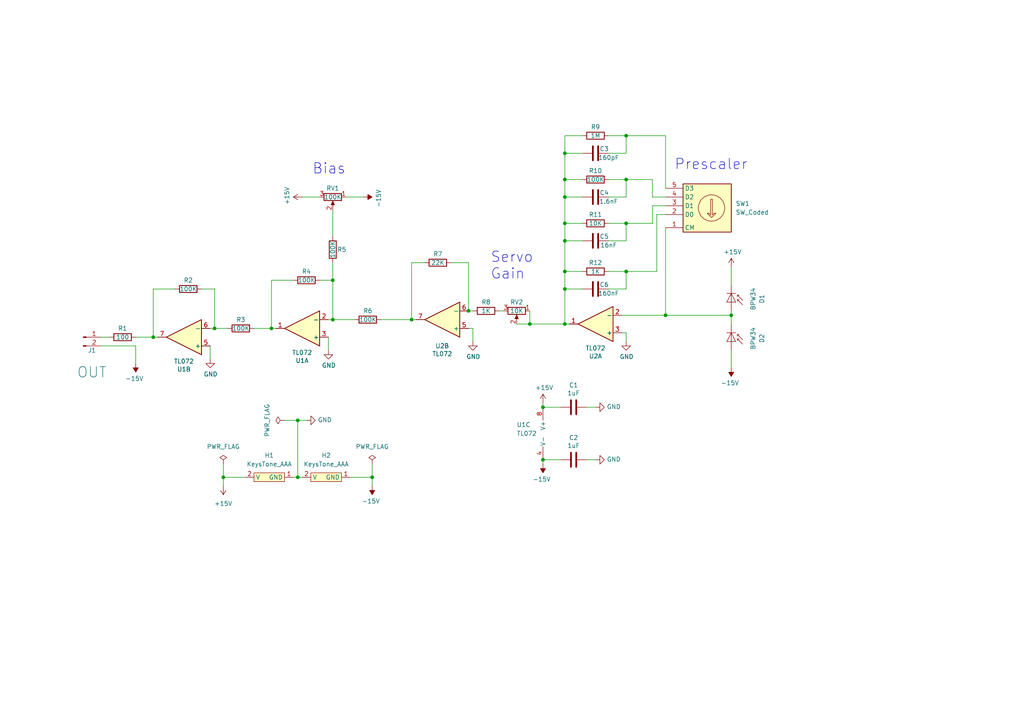
<source format=kicad_sch>
(kicad_sch (version 20211123) (generator eeschema)
  (paper "A4")
  (lib_symbols
    (symbol "Amplifier_Operational:TL072" (pin_names (offset 0.127))
      (property "Reference" "U" (at 0 5.08 0))
      (property "Value" "TL072" (at 0 -5.08 0))
      (symbol "TL072_1_1"
        (polyline (pts (xy -5.08 5.08) (xy 5.08 0) (xy -5.08 -5.08) (xy -5.08 5.08)) (stroke (width 0.254)) (fill (type background)))
        (pin output line (at 7.62 0 180) (length 2.54) (name "~") (number "1"))
        (pin input line (at -7.62 -2.54 0) (length 2.54) (name "-") (number "2"))
        (pin input line (at -7.62 2.54 0) (length 2.54) (name "+") (number "3"))
      )
      (symbol "TL072_2_1"
        (polyline (pts (xy -5.08 5.08) (xy 5.08 0) (xy -5.08 -5.08) (xy -5.08 5.08)) (stroke (width 0.254)) (fill (type background)))
        (pin input line (at -7.62 2.54 0) (length 2.54) (name "+") (number "5"))
        (pin input line (at -7.62 -2.54 0) (length 2.54) (name "-") (number "6"))
        (pin output line (at 7.62 0 180) (length 2.54) (name "~") (number "7"))
      )
      (symbol "TL072_3_1"
        (pin power_in line (at -2.54 -7.62 90) (length 3.81) (name "V-") (number "4"))
        (pin power_in line (at -2.54 7.62 270) (length 3.81) (name "V+") (number "8"))
      )
    )
    (symbol "Connector:Conn_01x02_Male" (pin_names (offset 1.016) hide)
      (property "Reference" "J" (at 0 2.54 0))
      (property "Value" "Conn_01x02_Male" (at 0 -5.08 0))
      (symbol "Conn_01x02_Male_1_1"
        (polyline (pts (xy 1.27 -2.54) (xy 0.8636 -2.54)) (stroke (width 0.1524)))
        (polyline (pts (xy 1.27 0) (xy 0.8636 0)) (stroke (width 0.1524)))
        (rectangle (start 0.8636 -2.413) (end 0 -2.667) (stroke (width 0.1524)) (fill (type outline)))
        (rectangle (start 0.8636 0.127) (end 0 -0.127) (stroke (width 0.1524)) (fill (type outline)))
        (pin passive line (at 5.08 0 180) (length 3.81) (name "Pin_1") (number "1"))
        (pin passive line (at 5.08 -2.54 180) (length 3.81) (name "Pin_2") (number "2"))
      )
    )
    (symbol "Device:C" (pin_numbers hide) (pin_names (offset 0.254))
      (property "Reference" "C" (at 0.635 2.54 0))
      (property "Value" "C" (at 0.635 -2.54 0))
      (symbol "C_0_1"
        (polyline (pts (xy -2.032 -0.762) (xy 2.032 -0.762)) (stroke (width 0.508)))
        (polyline (pts (xy -2.032 0.762) (xy 2.032 0.762)) (stroke (width 0.508)))
      )
      (symbol "C_1_1"
        (pin passive line (at 0 3.81 270) (length 2.794) (name "~") (number "1"))
        (pin passive line (at 0 -3.81 90) (length 2.794) (name "~") (number "2"))
      )
    )
    (symbol "Device:R" (pin_numbers hide) (pin_names (offset 0))
      (property "Reference" "R" (at 2.032 0 90))
      (property "Value" "R" (at 0 0 90))
      (symbol "R_0_1"
        (rectangle (start -1.016 -2.54) (end 1.016 2.54) (stroke (width 0.254)))
      )
      (symbol "R_1_1"
        (pin passive line (at 0 3.81 270) (length 1.27) (name "~") (number "1"))
        (pin passive line (at 0 -3.81 90) (length 1.27) (name "~") (number "2"))
      )
    )
    (symbol "FringeLocker-rescue:R_POT-Device" (pin_names (offset 1.016) hide)
      (property "Reference" "RV" (at -4.445 0 90))
      (property "Value" "R_POT-Device" (at -2.54 0 90))
      (symbol "R_POT-Device_0_1"
        (polyline (pts (xy 2.54 0) (xy 1.524 0)))
        (polyline (pts (xy 1.143 0) (xy 2.286 0.508) (xy 2.286 -0.508) (xy 1.143 0)) (fill (type outline)))
        (rectangle (start 1.016 2.54) (end -1.016 -2.54) (stroke (width 0.254)))
      )
      (symbol "R_POT-Device_1_1"
        (pin passive line (at 0 3.81 270) (length 1.27) (name "1") (number "1"))
        (pin passive line (at 3.81 0 180) (length 1.27) (name "2") (number "2"))
        (pin passive line (at 0 -3.81 90) (length 1.27) (name "3") (number "3"))
      )
    )
    (symbol "My_Library:KeysTone_AAA"
      (property "Reference" "H" (at 0 0 0))
      (property "Value" "KeysTone_AAA" (at 0 2.54 0))
      (symbol "KeysTone_AAA_0_1"
        (rectangle (start -5.08 -1.27) (end 3.81 -3.81) (fill (type background)))
        (rectangle (start 1.27 -1.27) (end 1.27 -1.27))
      )
      (symbol "KeysTone_AAA_1_1"
        (pin passive line (at -7.62 -2.54 0) (length 2.54) (name "GND") (number "1"))
        (pin passive line (at 6.35 -2.54 180) (length 2.54) (name "V") (number "2"))
      )
    )
    (symbol "Sensor_Optical:BPW34" (pin_numbers hide) (pin_names (offset 1.016) hide)
      (property "Reference" "D" (at 0.508 1.778 0))
      (property "Value" "BPW34" (at -1.016 -2.794 0))
      (symbol "BPW34_0_1"
        (polyline (pts (xy -2.54 1.27) (xy -2.54 -1.27)) (stroke (width 0.1524)))
        (polyline (pts (xy -2.032 1.778) (xy -1.524 1.778)))
        (polyline (pts (xy 0 -1.27) (xy 0 1.27)))
        (polyline (pts (xy 0 0) (xy -2.54 0)))
        (polyline (pts (xy -0.508 3.302) (xy -2.032 1.778) (xy -2.032 2.286)))
        (polyline (pts (xy 0 1.27) (xy -2.54 0) (xy 0 -1.27)))
        (polyline (pts (xy 0.762 3.302) (xy -0.762 1.778) (xy -0.762 2.286) (xy -0.762 1.778) (xy -0.254 1.778)))
      )
      (symbol "BPW34_1_1"
        (pin passive line (at -5.08 0 0) (length 2.54) (name "K") (number "1"))
        (pin passive line (at 2.54 0 180) (length 2.54) (name "A") (number "2"))
      )
    )
    (symbol "Switch:SW_Coded"
      (property "Reference" "SW" (at -6.35 8.89 0))
      (property "Value" "SW_Coded" (at -6.35 -7.62 0))
      (symbol "SW_Coded_0_1"
        (circle (center -0.635 0.635) (radius 3.81))
        (polyline (pts (xy -0.889 -1.905) (xy -0.889 2.667) (xy -1.397 2.159) (xy -1.905 2.159) (xy -0.635 3.429) (xy 0.635 2.159) (xy 0.127 2.159) (xy -0.381 2.667) (xy -0.381 -1.905) (xy -0.889 -1.905) (xy -0.889 -1.905)))
        (rectangle (start 7.62 7.62) (end -6.35 -6.35) (stroke (width 0.254)) (fill (type background)))
      )
      (symbol "SW_Coded_1_1"
        (pin passive line (at 12.7 6.35 180) (length 5.08) (name "CM") (number "1"))
        (pin passive line (at 12.7 2.54 180) (length 5.08) (name "D0") (number "2"))
        (pin passive line (at 12.7 0 180) (length 5.08) (name "D1") (number "3"))
        (pin passive line (at 12.7 -2.54 180) (length 5.08) (name "D2") (number "4"))
        (pin passive line (at 12.7 -5.08 180) (length 5.08) (name "D3") (number "5"))
      )
    )
    (symbol "power:+15V" (power) (pin_names (offset 0))
      (property "Value" "+15V" (at 0 3.556 0))
      (symbol "+15V_0_1"
        (polyline (pts (xy -0.762 1.27) (xy 0 2.54)))
        (polyline (pts (xy 0 0) (xy 0 2.54)))
        (polyline (pts (xy 0 2.54) (xy 0.762 1.27)))
      )
      (symbol "+15V_1_1"
        (pin power_in line (at 0 0 90) (length 0) hide (name "+15V") (number "1"))
      )
    )
    (symbol "power:-15V" (power) (pin_names (offset 0))
      (property "Value" "-15V" (at 0 3.81 0))
      (symbol "-15V_0_0"
        (pin power_in line (at 0 0 90) (length 0) hide (name "-15V") (number "1"))
      )
      (symbol "-15V_0_1"
        (polyline (pts (xy 0 0) (xy 0 1.27) (xy 0.762 1.27) (xy 0 2.54) (xy -0.762 1.27) (xy 0 1.27)) (fill (type outline)))
      )
    )
    (symbol "power:GND" (power) (pin_names (offset 0))
      (property "Value" "GND" (at 0 -3.81 0))
      (symbol "GND_0_1"
        (polyline (pts (xy 0 0) (xy 0 -1.27) (xy 1.27 -1.27) (xy 0 -2.54) (xy -1.27 -1.27) (xy 0 -1.27)))
      )
      (symbol "GND_1_1"
        (pin power_in line (at 0 0 270) (length 0) hide (name "GND") (number "1"))
      )
    )
    (symbol "power:PWR_FLAG" (power) (pin_numbers hide) (pin_names (offset 0) hide)
      (property "Value" "PWR_FLAG" (at 0 3.81 0))
      (symbol "PWR_FLAG_0_0"
        (pin power_out line (at 0 0 90) (length 0) (name "pwr") (number "1"))
      )
      (symbol "PWR_FLAG_0_1"
        (polyline (pts (xy 0 0) (xy 0 1.27) (xy -1.016 1.905) (xy 0 2.54) (xy 1.016 1.905) (xy 0 1.27)))
      )
    )
  )
  (junction (at 62.23 95.25))
  (junction (at 163.83 83.82))
  (junction (at 78.74 95.25))
  (junction (at 181.61 39.37))
  (junction (at 163.83 93.98))
  (junction (at 96.52 81.28))
  (junction (at 86.36 138.43))
  (junction (at 163.83 57.15))
  (junction (at 163.83 69.85))
  (junction (at 212.09 91.44))
  (junction (at 163.83 64.77))
  (junction (at 193.04 91.44))
  (junction (at 64.77 138.43))
  (junction (at 163.83 78.74))
  (junction (at 86.36 121.92))
  (junction (at 96.52 92.71))
  (junction (at 107.95 138.43))
  (junction (at 157.48 118.11))
  (junction (at 181.61 78.74))
  (junction (at 163.83 52.07))
  (junction (at 181.61 64.77))
  (junction (at 153.67 93.98))
  (junction (at 181.61 52.07))
  (junction (at 44.45 97.79))
  (junction (at 135.89 90.17))
  (junction (at 163.83 44.45))
  (junction (at 119.38 92.71))
  (junction (at 157.48 133.35))
  (wire (pts (xy 163.83 39.37) (xy 168.91 39.37)))
  (wire (pts (xy 73.66 95.25) (xy 78.74 95.25)))
  (wire (pts (xy 86.36 138.43) (xy 87.63 138.43)))
  (wire (pts (xy 86.36 121.92) (xy 88.9 121.92)))
  (wire (pts (xy 101.6 138.43) (xy 107.95 138.43)))
  (wire (pts (xy 95.25 92.71) (xy 96.52 92.71)))
  (wire (pts (xy 119.38 76.2) (xy 119.38 92.71)))
  (wire (pts (xy 135.89 90.17) (xy 137.16 90.17)))
  (wire (pts (xy 176.53 57.15) (xy 181.61 57.15)))
  (wire (pts (xy 212.09 90.17) (xy 212.09 91.44)))
  (wire (pts (xy 212.09 91.44) (xy 212.09 93.98)))
  (wire (pts (xy 176.53 52.07) (xy 181.61 52.07)))
  (wire (pts (xy 96.52 76.2) (xy 96.52 81.28)))
  (wire (pts (xy 44.45 97.79) (xy 44.45 83.82)))
  (wire (pts (xy 60.96 100.33) (xy 60.96 104.14)))
  (wire (pts (xy 39.37 100.33) (xy 39.37 105.41)))
  (wire (pts (xy 100.33 57.15) (xy 105.41 57.15)))
  (wire (pts (xy 157.48 116.84) (xy 157.48 118.11)))
  (wire (pts (xy 123.19 76.2) (xy 119.38 76.2)))
  (wire (pts (xy 176.53 78.74) (xy 181.61 78.74)))
  (wire (pts (xy 64.77 138.43) (xy 64.77 140.97)))
  (wire (pts (xy 163.83 83.82) (xy 163.83 93.98)))
  (wire (pts (xy 193.04 66.04) (xy 193.04 91.44)))
  (wire (pts (xy 44.45 83.82) (xy 50.8 83.82)))
  (wire (pts (xy 176.53 69.85) (xy 181.61 69.85)))
  (wire (pts (xy 29.21 100.33) (xy 39.37 100.33)))
  (wire (pts (xy 157.48 133.35) (xy 162.56 133.35)))
  (wire (pts (xy 193.04 39.37) (xy 193.04 54.61)))
  (wire (pts (xy 62.23 83.82) (xy 62.23 95.25)))
  (wire (pts (xy 149.86 93.98) (xy 153.67 93.98)))
  (wire (pts (xy 107.95 138.43) (xy 107.95 140.97)))
  (wire (pts (xy 110.49 92.71) (xy 119.38 92.71)))
  (wire (pts (xy 163.83 64.77) (xy 163.83 69.85)))
  (wire (pts (xy 181.61 52.07) (xy 189.23 52.07)))
  (wire (pts (xy 163.83 78.74) (xy 168.91 78.74)))
  (wire (pts (xy 163.83 57.15) (xy 163.83 64.77)))
  (wire (pts (xy 181.61 52.07) (xy 181.61 57.15)))
  (wire (pts (xy 176.53 44.45) (xy 181.61 44.45)))
  (wire (pts (xy 163.83 44.45) (xy 163.83 39.37)))
  (wire (pts (xy 58.42 83.82) (xy 62.23 83.82)))
  (wire (pts (xy 189.23 57.15) (xy 193.04 57.15)))
  (wire (pts (xy 180.34 91.44) (xy 193.04 91.44)))
  (wire (pts (xy 212.09 77.47) (xy 212.09 82.55)))
  (wire (pts (xy 170.18 118.11) (xy 172.72 118.11)))
  (wire (pts (xy 181.61 78.74) (xy 190.5 78.74)))
  (wire (pts (xy 190.5 78.74) (xy 190.5 62.23)))
  (wire (pts (xy 137.16 95.25) (xy 137.16 99.06)))
  (wire (pts (xy 44.45 97.79) (xy 45.72 97.79)))
  (wire (pts (xy 78.74 95.25) (xy 80.01 95.25)))
  (wire (pts (xy 86.36 121.92) (xy 86.36 138.43)))
  (wire (pts (xy 78.74 81.28) (xy 85.09 81.28)))
  (wire (pts (xy 135.89 95.25) (xy 137.16 95.25)))
  (wire (pts (xy 181.61 39.37) (xy 193.04 39.37)))
  (wire (pts (xy 107.95 134.62) (xy 107.95 138.43)))
  (wire (pts (xy 95.25 97.79) (xy 95.25 101.6)))
  (wire (pts (xy 130.81 76.2) (xy 135.89 76.2)))
  (wire (pts (xy 92.71 81.28) (xy 96.52 81.28)))
  (wire (pts (xy 176.53 83.82) (xy 181.61 83.82)))
  (wire (pts (xy 189.23 59.69) (xy 193.04 59.69)))
  (wire (pts (xy 64.77 134.62) (xy 64.77 138.43)))
  (wire (pts (xy 212.09 101.6) (xy 212.09 106.68)))
  (wire (pts (xy 135.89 76.2) (xy 135.89 90.17)))
  (wire (pts (xy 163.83 83.82) (xy 168.91 83.82)))
  (wire (pts (xy 96.52 92.71) (xy 102.87 92.71)))
  (wire (pts (xy 64.77 138.43) (xy 71.12 138.43)))
  (wire (pts (xy 144.78 90.17) (xy 146.05 90.17)))
  (wire (pts (xy 170.18 133.35) (xy 172.72 133.35)))
  (wire (pts (xy 193.04 91.44) (xy 212.09 91.44)))
  (wire (pts (xy 163.83 52.07) (xy 163.83 57.15)))
  (wire (pts (xy 153.67 90.17) (xy 153.67 93.98)))
  (wire (pts (xy 163.83 78.74) (xy 163.83 83.82)))
  (wire (pts (xy 181.61 64.77) (xy 181.61 69.85)))
  (wire (pts (xy 163.83 52.07) (xy 168.91 52.07)))
  (wire (pts (xy 78.74 95.25) (xy 78.74 81.28)))
  (wire (pts (xy 153.67 93.98) (xy 163.83 93.98)))
  (wire (pts (xy 163.83 69.85) (xy 168.91 69.85)))
  (wire (pts (xy 85.09 138.43) (xy 86.36 138.43)))
  (wire (pts (xy 176.53 39.37) (xy 181.61 39.37)))
  (wire (pts (xy 82.55 121.92) (xy 86.36 121.92)))
  (wire (pts (xy 180.34 96.52) (xy 181.61 96.52)))
  (wire (pts (xy 181.61 78.74) (xy 181.61 83.82)))
  (wire (pts (xy 189.23 52.07) (xy 189.23 57.15)))
  (wire (pts (xy 163.83 44.45) (xy 163.83 52.07)))
  (wire (pts (xy 181.61 64.77) (xy 189.23 64.77)))
  (wire (pts (xy 163.83 93.98) (xy 165.1 93.98)))
  (wire (pts (xy 96.52 60.96) (xy 96.52 68.58)))
  (wire (pts (xy 157.48 133.35) (xy 157.48 134.62)))
  (wire (pts (xy 163.83 57.15) (xy 168.91 57.15)))
  (wire (pts (xy 29.21 97.79) (xy 31.75 97.79)))
  (wire (pts (xy 60.96 95.25) (xy 62.23 95.25)))
  (wire (pts (xy 189.23 64.77) (xy 189.23 59.69)))
  (wire (pts (xy 181.61 39.37) (xy 181.61 44.45)))
  (wire (pts (xy 157.48 118.11) (xy 162.56 118.11)))
  (wire (pts (xy 190.5 62.23) (xy 193.04 62.23)))
  (wire (pts (xy 163.83 64.77) (xy 168.91 64.77)))
  (wire (pts (xy 163.83 69.85) (xy 163.83 78.74)))
  (wire (pts (xy 176.53 64.77) (xy 181.61 64.77)))
  (wire (pts (xy 168.91 44.45) (xy 163.83 44.45)))
  (wire (pts (xy 119.38 92.71) (xy 120.65 92.71)))
  (wire (pts (xy 96.52 81.28) (xy 96.52 92.71)))
  (wire (pts (xy 39.37 97.79) (xy 44.45 97.79)))
  (wire (pts (xy 87.63 57.15) (xy 92.71 57.15)))
  (wire (pts (xy 62.23 95.25) (xy 66.04 95.25)))
  (wire (pts (xy 181.61 96.52) (xy 181.61 99.06)))
  (text "Bias" (at 100.33 50.8 180) (effects (font (size 3 3)) (justify right bottom)))
  (text "Servo\nGain" (at 142.24 81.28 0) (effects (font (size 3 3)) (justify left bottom)))
  (text "Prescaler" (at 195.58 49.53 0) (effects (font (size 3 3)) (justify left bottom)))
  (symbol (lib_id "power:GND") (at 181.61 99.06 0) (unit 1)
    (property "Reference" "#PWR017" (effects hide))
    (property "Value" "GND" (at 181.737 103.4542 0))
  )
  (symbol (lib_id "power:+15V") (at 212.09 77.47 0) (unit 1)
    (property "Reference" "#PWR018" (effects hide))
    (property "Value" "+15V" (at 212.471 73.0758 0))
  )
  (symbol (lib_id "power:-15V") (at 212.09 106.68 180) (unit 1)
    (property "Reference" "#PWR019" (effects hide))
    (property "Value" "-15V" (at 211.709 111.0742 0))
  )
  (symbol (lib_id "Amplifier_Operational:TL072") (at 172.72 93.98 180) (unit 1)
    (property "Reference" "U2" (at 172.72 103.3018 0))
    (property "Value" "TL072" (at 172.72 100.9904 0))
    (property "Footprint" "Package_SO:SOIC-8_3.9x4.9mm_P1.27mm" (effects hide))
    (property "Datasheet" "http://www.ti.com/lit/ds/symlink/tl071.pdf" (effects hide))
  )
  (symbol (lib_id "Amplifier_Operational:TL072") (at 160.02 125.73 0) (unit 3)
    (property "Reference" "U1" (at 149.86 123.19 0) (effects (justify left)))
    (property "Value" "TL072" (at 149.86 125.73 0) (effects (justify left)))
    (property "Footprint" "Package_SO:SOIC-8_3.9x4.9mm_P1.27mm" (effects hide))
    (property "Datasheet" "http://www.ti.com/lit/ds/symlink/tl071.pdf" (effects hide))
  )
  (symbol (lib_id "power:+15V") (at 157.48 116.84 0) (unit 1)
    (property "Reference" "#PWR013" (effects hide))
    (property "Value" "+15V" (at 157.861 112.4458 0))
  )
  (symbol (lib_id "power:-15V") (at 157.48 134.62 180) (unit 1)
    (property "Reference" "#PWR014" (effects hide))
    (property "Value" "-15V" (at 157.099 139.0142 0))
  )
  (symbol (lib_id "Device:C") (at 166.37 133.35 90) (unit 1)
    (property "Reference" "C2" (at 166.37 126.9492 90))
    (property "Value" "1uF" (at 166.37 129.2606 90))
    (property "Footprint" "Capacitor_THT:CP_Radial_D5.0mm_P2.00mm" (effects hide))
  )
  (symbol (lib_id "power:GND") (at 172.72 133.35 90) (unit 1)
    (property "Reference" "#PWR016" (effects hide))
    (property "Value" "GND" (at 175.9712 133.223 90) (effects (justify right)))
  )
  (symbol (lib_id "power:GND") (at 172.72 118.11 90) (unit 1)
    (property "Reference" "#PWR015" (effects hide))
    (property "Value" "GND" (at 175.9712 117.983 90) (effects (justify right)))
  )
  (symbol (lib_id "Amplifier_Operational:TL072") (at 128.27 92.71 180) (unit 2)
    (property "Reference" "U2" (at 128.27 100.33 0))
    (property "Value" "TL072" (at 128.27 102.6414 0))
    (property "Footprint" "Package_SO:SOIC-8_3.9x4.9mm_P1.27mm" (effects hide))
    (property "Datasheet" "http://www.ti.com/lit/ds/symlink/tl071.pdf" (effects hide))
  )
  (symbol (lib_id "FringeLocker-rescue:R_POT-Device") (at 149.86 90.17 270) (unit 1)
    (property "Reference" "RV2" (at 149.86 87.63 90))
    (property "Value" "10K" (at 149.86 90.17 90))
    (property "Footprint" "Potentiometer_THT:Potentiometer_Bourns_3386F_Vertical" (effects hide))
  )
  (symbol (lib_id "Device:R") (at 140.97 90.17 270) (unit 1)
    (property "Reference" "R8" (at 140.97 87.63 90))
    (property "Value" "1K" (at 140.97 90.17 90))
    (property "Footprint" "Resistor_THT:R_Axial_DIN0207_L6.3mm_D2.5mm_P10.16mm_Horizontal" (effects hide))
  )
  (symbol (lib_id "Device:R") (at 127 76.2 270) (unit 1)
    (property "Reference" "R7" (at 127 73.66 90))
    (property "Value" "22K" (at 127 76.2 90))
    (property "Footprint" "Resistor_THT:R_Axial_DIN0207_L6.3mm_D2.5mm_P10.16mm_Horizontal" (effects hide))
  )
  (symbol (lib_id "power:GND") (at 137.16 99.06 0) (unit 1)
    (property "Reference" "#PWR012" (effects hide))
    (property "Value" "GND" (at 137.287 103.4542 0))
  )
  (symbol (lib_id "Connector:Conn_01x02_Male") (at 24.13 97.79 0) (unit 1)
    (property "Reference" "J1" (at 26.67 101.6 0))
    (property "Value" "OUT" (at 26.67 107.95 0) (effects (font (size 3 3))))
    (property "Footprint" "Connector_PinHeader_2.54mm:PinHeader_1x02_P2.54mm_Vertical" (effects hide))
  )
  (symbol (lib_id "Device:R") (at 35.56 97.79 270) (unit 1)
    (property "Reference" "R1" (at 35.56 95.25 90))
    (property "Value" "100" (at 35.56 97.79 90))
    (property "Footprint" "Resistor_THT:R_Axial_DIN0207_L6.3mm_D2.5mm_P10.16mm_Horizontal" (effects hide))
  )
  (symbol (lib_id "power:-15V") (at 39.37 105.41 180) (unit 1)
    (property "Reference" "#PWR01" (effects hide))
    (property "Value" "-15V" (at 38.989 109.8042 0))
  )
  (symbol (lib_id "Device:C") (at 172.72 44.45 90) (unit 1)
    (property "Reference" "C3" (at 175.26 43.18 90))
    (property "Value" "160pF" (at 176.53 45.72 90))
    (property "Footprint" "Capacitor_THT:CP_Radial_Tantal_D4.5mm_P5.00mm" (effects hide))
  )
  (symbol (lib_id "Device:R") (at 172.72 39.37 270) (unit 1)
    (property "Reference" "R9" (at 172.72 36.83 90))
    (property "Value" "1M" (at 172.72 39.37 90))
    (property "Footprint" "Resistor_THT:R_Axial_DIN0207_L6.3mm_D2.5mm_P10.16mm_Horizontal" (effects hide))
  )
  (symbol (lib_id "power:+15V") (at 87.63 57.15 90) (unit 1)
    (property "Reference" "#PWR06" (effects hide))
    (property "Value" "+15V" (at 83.2358 56.769 0))
  )
  (symbol (lib_id "FringeLocker-rescue:R_POT-Device") (at 96.52 57.15 270) (unit 1)
    (property "Reference" "RV1" (at 96.52 54.61 90))
    (property "Value" "100K" (at 96.52 57.15 90))
    (property "Footprint" "Potentiometer_THT:Potentiometer_Bourns_3386F_Vertical" (effects hide))
  )
  (symbol (lib_id "Device:R") (at 96.52 72.39 0) (unit 1)
    (property "Reference" "R5" (at 97.79 72.39 0) (effects (justify left)))
    (property "Value" "100K" (at 96.52 74.93 90) (effects (justify left)))
    (property "Footprint" "Resistor_THT:R_Axial_DIN0207_L6.3mm_D2.5mm_P10.16mm_Horizontal" (effects hide))
  )
  (symbol (lib_id "power:GND") (at 88.9 121.92 90) (unit 1)
    (property "Reference" "#PWR04" (effects hide))
    (property "Value" "GND" (at 92.1512 121.793 90) (effects (justify right)))
  )
  (symbol (lib_id "power:-15V") (at 107.95 140.97 180) (unit 1)
    (property "Reference" "#PWR05" (effects hide))
    (property "Value" "-15V" (at 107.569 145.3642 0))
  )
  (symbol (lib_id "Device:C") (at 172.72 57.15 90) (unit 1)
    (property "Reference" "C4" (at 175.26 55.88 90))
    (property "Value" "1.6nF" (at 176.53 58.42 90))
    (property "Footprint" "Capacitor_THT:CP_Radial_Tantal_D4.5mm_P5.00mm" (effects hide))
  )
  (symbol (lib_id "power:PWR_FLAG") (at 82.55 121.92 90) (unit 1)
    (property "Reference" "#FLG03" (effects hide))
    (property "Value" "PWR_FLAG" (at 77.47 121.92 0))
  )
  (symbol (lib_id "Amplifier_Operational:TL072") (at 53.34 97.79 180) (unit 2)
    (property "Reference" "U1" (at 53.34 107.1118 0))
    (property "Value" "TL072" (at 53.34 104.8004 0))
    (property "Footprint" "Package_SO:SOIC-8_3.9x4.9mm_P1.27mm" (effects hide))
    (property "Datasheet" "http://www.ti.com/lit/ds/symlink/tl071.pdf" (effects hide))
  )
  (symbol (lib_id "Device:R") (at 106.68 92.71 270) (unit 1)
    (property "Reference" "R6" (at 106.68 90.17 90))
    (property "Value" "100K" (at 106.68 92.71 90))
    (property "Footprint" "Resistor_THT:R_Axial_DIN0207_L6.3mm_D2.5mm_P10.16mm_Horizontal" (effects hide))
  )
  (symbol (lib_id "power:PWR_FLAG") (at 64.77 134.62 0) (unit 1)
    (property "Reference" "#FLG01" (effects hide))
    (property "Value" "PWR_FLAG" (at 64.77 129.54 0))
  )
  (symbol (lib_id "power:PWR_FLAG") (at 107.95 134.62 0) (unit 1)
    (property "Reference" "#FLG02" (effects hide))
    (property "Value" "PWR_FLAG" (at 107.95 129.54 0))
  )
  (symbol (lib_id "Device:R") (at 172.72 78.74 270) (unit 1)
    (property "Reference" "R12" (at 172.72 76.2 90))
    (property "Value" "1K" (at 172.72 78.74 90))
    (property "Footprint" "Resistor_THT:R_Axial_DIN0207_L6.3mm_D2.5mm_P10.16mm_Horizontal" (effects hide))
  )
  (symbol (lib_id "My_Library:KeysTone_AAA") (at 93.98 140.97 180) (unit 1)
    (property "Reference" "H2" (at 94.615 132.08 0))
    (property "Value" "KeysTone_AAA" (at 94.615 134.62 0))
  )
  (symbol (lib_id "My_Library:KeysTone_AAA") (at 77.47 140.97 180) (unit 1)
    (property "Reference" "H1" (at 78.105 132.08 0))
    (property "Value" "KeysTone_AAA" (at 78.105 134.62 0))
  )
  (symbol (lib_id "power:-15V") (at 105.41 57.15 270) (unit 1)
    (property "Reference" "#PWR09" (effects hide))
    (property "Value" "-15V" (at 109.8042 57.531 0))
  )
  (symbol (lib_id "Device:R") (at 172.72 52.07 270) (unit 1)
    (property "Reference" "R10" (at 172.72 49.53 90))
    (property "Value" "100K" (at 172.72 52.07 90))
    (property "Footprint" "Resistor_THT:R_Axial_DIN0207_L6.3mm_D2.5mm_P10.16mm_Horizontal" (effects hide))
  )
  (symbol (lib_id "Device:C") (at 172.72 83.82 90) (unit 1)
    (property "Reference" "C6" (at 175.26 82.55 90))
    (property "Value" "160nF" (at 176.53 85.09 90))
    (property "Footprint" "Capacitor_THT:CP_Radial_Tantal_D4.5mm_P5.00mm" (effects hide))
  )
  (symbol (lib_id "power:GND") (at 60.96 104.14 0) (unit 1)
    (property "Reference" "#PWR03" (effects hide))
    (property "Value" "GND" (at 61.087 108.5342 0))
  )
  (symbol (lib_id "Sensor_Optical:BPW34") (at 212.09 99.06 270) (unit 1)
    (property "Reference" "D2" (at 220.98 98.1329 0))
    (property "Value" "BPW34" (at 218.44 98.1329 0))
    (property "Footprint" "OptoDevice:Osram_DIL2_4.3x4.65mm_P5.08mm" (effects hide))
    (property "Datasheet" "http://www.vishay.com/docs/81521/bpw34.pdf" (effects hide))
  )
  (symbol (lib_id "Device:R") (at 88.9 81.28 270) (unit 1)
    (property "Reference" "R4" (at 88.9 78.74 90))
    (property "Value" "100K" (at 88.9 81.28 90))
    (property "Footprint" "Resistor_THT:R_Axial_DIN0207_L6.3mm_D2.5mm_P10.16mm_Horizontal" (effects hide))
  )
  (symbol (lib_id "Amplifier_Operational:TL072") (at 87.63 95.25 180) (unit 1)
    (property "Reference" "U1" (at 87.63 104.5718 0))
    (property "Value" "TL072" (at 87.63 102.2604 0))
    (property "Footprint" "Package_SO:SOIC-8_3.9x4.9mm_P1.27mm" (effects hide))
    (property "Datasheet" "http://www.ti.com/lit/ds/symlink/tl071.pdf" (effects hide))
  )
  (symbol (lib_id "Device:R") (at 69.85 95.25 270) (unit 1)
    (property "Reference" "R3" (at 69.85 92.71 90))
    (property "Value" "100K" (at 69.85 95.25 90))
    (property "Footprint" "Resistor_THT:R_Axial_DIN0207_L6.3mm_D2.5mm_P10.16mm_Horizontal" (effects hide))
  )
  (symbol (lib_id "Device:R") (at 54.61 83.82 270) (unit 1)
    (property "Reference" "R2" (at 54.61 81.28 90))
    (property "Value" "100K" (at 54.61 83.82 90))
    (property "Footprint" "Resistor_THT:R_Axial_DIN0207_L6.3mm_D2.5mm_P10.16mm_Horizontal" (effects hide))
  )
  (symbol (lib_id "Sensor_Optical:BPW34") (at 212.09 87.63 270) (unit 1)
    (property "Reference" "D1" (at 220.98 86.7029 0))
    (property "Value" "BPW34" (at 218.44 86.7029 0))
    (property "Footprint" "OptoDevice:Osram_DIL2_4.3x4.65mm_P5.08mm" (effects hide))
    (property "Datasheet" "http://www.vishay.com/docs/81521/bpw34.pdf" (effects hide))
  )
  (symbol (lib_id "Device:C") (at 172.72 69.85 90) (unit 1)
    (property "Reference" "C5" (at 175.26 68.58 90))
    (property "Value" "16nF" (at 176.53 71.12 90))
    (property "Footprint" "Capacitor_THT:CP_Radial_Tantal_D4.5mm_P5.00mm" (effects hide))
  )
  (symbol (lib_id "Device:R") (at 172.72 64.77 270) (unit 1)
    (property "Reference" "R11" (at 172.72 62.23 90))
    (property "Value" "10K" (at 172.72 64.77 90))
    (property "Footprint" "Resistor_THT:R_Axial_DIN0207_L6.3mm_D2.5mm_P10.16mm_Horizontal" (effects hide))
  )
  (symbol (lib_id "Switch:SW_Coded") (at 205.74 59.69 180) (unit 1)
    (property "Reference" "SW1" (at 213.36 59.0549 0) (effects (justify right)))
    (property "Value" "SW_Coded" (at 213.36 61.5949 0) (effects (justify right)))
  )
  (symbol (lib_id "power:GND") (at 95.25 101.6 0) (unit 1)
    (property "Reference" "#PWR08" (effects hide))
    (property "Value" "GND" (at 95.377 105.9942 0))
  )
  (symbol (lib_id "power:+15V") (at 64.77 140.97 180) (unit 1)
    (property "Reference" "#PWR02" (effects hide))
    (property "Value" "+15V" (at 64.77 146.05 0))
  )
  (symbol (lib_id "Device:C") (at 166.37 118.11 90) (unit 1)
    (property "Reference" "C1" (at 166.37 111.7092 90))
    (property "Value" "1uF" (at 166.37 114.0206 90))
    (property "Footprint" "Capacitor_THT:CP_Radial_D5.0mm_P2.00mm" (effects hide))
  )
)
</source>
